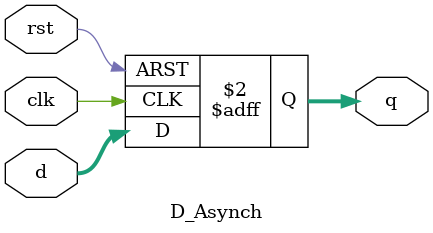
<source format=v>
module D_Asynch(d,clk,rst,q);
input wire rst,clk;
input wire [2:0] d;
output reg [2:0] q;
//output wire [2:0] qbar;

always @(posedge clk or posedge rst) begin
	if (rst)
		q<=0;
	else begin
		q <= d;
	end
end
//assign qbar = ~q;
endmodule 
</source>
